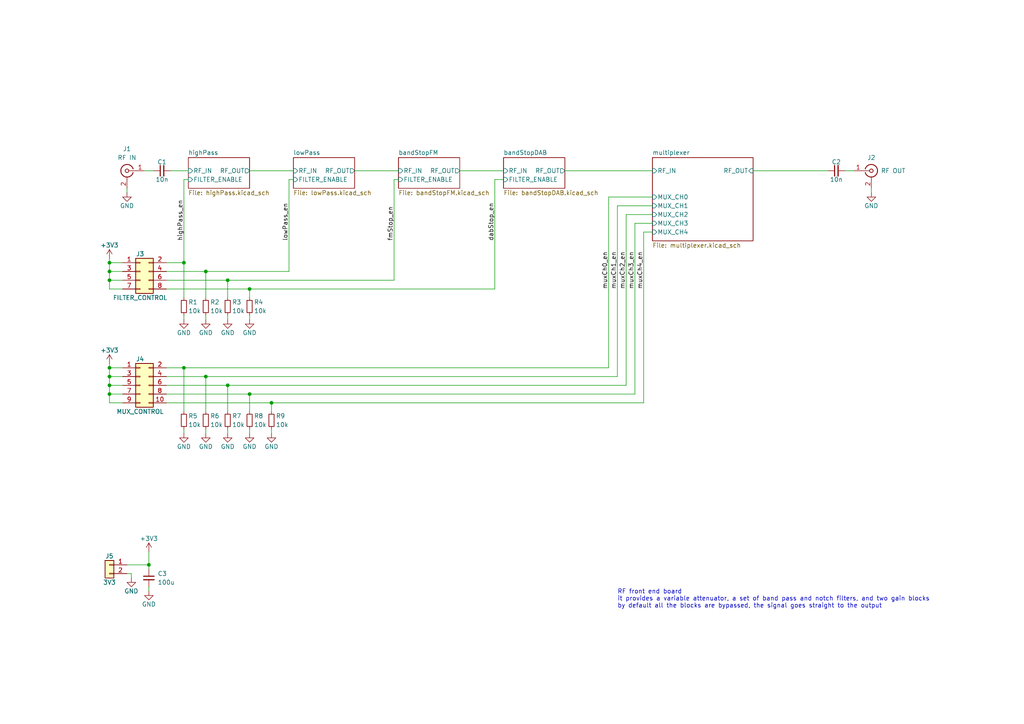
<source format=kicad_sch>
(kicad_sch (version 20211123) (generator eeschema)
  (paper "A4")
  (lib_symbols
    (symbol "Connector:Conn_Coaxial" (pin_names (offset 1.016) hide)
      (property "Reference" "J" (at 0.254 3.048 0))
      (property "Value" "Conn_Coaxial" (at 2.921 0 90))
      (symbol "Conn_Coaxial_0_1"
        (arc (start -1.778 -0.508) (mid 0.222 -1.808) (end 1.778 0) (stroke (width 0.254)))
        (polyline (pts (xy -2.54 0) (xy -0.508 0)))
        (polyline (pts (xy 0 -2.54) (xy 0 -1.778)))
        (circle (center 0 0) (radius 0.508) (stroke (width 0.2032)))
        (arc (start 1.778 0) (mid 0.222 1.8083) (end -1.778 0.508) (stroke (width 0.254)))
      )
      (symbol "Conn_Coaxial_1_1"
        (pin passive line (at -5.08 0 0) (length 2.54) (name "In") (number "1"))
        (pin passive line (at 0 -5.08 90) (length 2.54) (name "Ext") (number "2"))
      )
    )
    (symbol "Connector_Generic:Conn_01x02" (pin_names (offset 1.016) hide)
      (property "Reference" "J" (at 0 2.54 0))
      (property "Value" "Conn_01x02" (at 0 -5.08 0))
      (symbol "Conn_01x02_1_1"
        (rectangle (start -1.27 -2.413) (end 0 -2.667) (stroke (width 0.1524)))
        (rectangle (start -1.27 0.127) (end 0 -0.127) (stroke (width 0.1524)))
        (rectangle (start -1.27 1.27) (end 1.27 -3.81) (stroke (width 0.254)) (fill (type background)))
        (pin passive line (at -5.08 0 0) (length 3.81) (name "Pin_1") (number "1"))
        (pin passive line (at -5.08 -2.54 0) (length 3.81) (name "Pin_2") (number "2"))
      )
    )
    (symbol "Connector_Generic:Conn_02x04_Odd_Even" (pin_names (offset 1.016) hide)
      (property "Reference" "J" (at 1.27 5.08 0))
      (property "Value" "Conn_02x04_Odd_Even" (at 1.27 -7.62 0))
      (symbol "Conn_02x04_Odd_Even_1_1"
        (rectangle (start -1.27 -4.953) (end 0 -5.207) (stroke (width 0.1524)))
        (rectangle (start -1.27 -2.413) (end 0 -2.667) (stroke (width 0.1524)))
        (rectangle (start -1.27 0.127) (end 0 -0.127) (stroke (width 0.1524)))
        (rectangle (start -1.27 2.667) (end 0 2.413) (stroke (width 0.1524)))
        (rectangle (start -1.27 3.81) (end 3.81 -6.35) (stroke (width 0.254)) (fill (type background)))
        (rectangle (start 3.81 -4.953) (end 2.54 -5.207) (stroke (width 0.1524)))
        (rectangle (start 3.81 -2.413) (end 2.54 -2.667) (stroke (width 0.1524)))
        (rectangle (start 3.81 0.127) (end 2.54 -0.127) (stroke (width 0.1524)))
        (rectangle (start 3.81 2.667) (end 2.54 2.413) (stroke (width 0.1524)))
        (pin passive line (at -5.08 2.54 0) (length 3.81) (name "Pin_1") (number "1"))
        (pin passive line (at 7.62 2.54 180) (length 3.81) (name "Pin_2") (number "2"))
        (pin passive line (at -5.08 0 0) (length 3.81) (name "Pin_3") (number "3"))
        (pin passive line (at 7.62 0 180) (length 3.81) (name "Pin_4") (number "4"))
        (pin passive line (at -5.08 -2.54 0) (length 3.81) (name "Pin_5") (number "5"))
        (pin passive line (at 7.62 -2.54 180) (length 3.81) (name "Pin_6") (number "6"))
        (pin passive line (at -5.08 -5.08 0) (length 3.81) (name "Pin_7") (number "7"))
        (pin passive line (at 7.62 -5.08 180) (length 3.81) (name "Pin_8") (number "8"))
      )
    )
    (symbol "Connector_Generic:Conn_02x05_Odd_Even" (pin_names (offset 1.016) hide)
      (property "Reference" "J" (at 1.27 7.62 0))
      (property "Value" "Conn_02x05_Odd_Even" (at 1.27 -7.62 0))
      (symbol "Conn_02x05_Odd_Even_1_1"
        (rectangle (start -1.27 -4.953) (end 0 -5.207) (stroke (width 0.1524)))
        (rectangle (start -1.27 -2.413) (end 0 -2.667) (stroke (width 0.1524)))
        (rectangle (start -1.27 0.127) (end 0 -0.127) (stroke (width 0.1524)))
        (rectangle (start -1.27 2.667) (end 0 2.413) (stroke (width 0.1524)))
        (rectangle (start -1.27 5.207) (end 0 4.953) (stroke (width 0.1524)))
        (rectangle (start -1.27 6.35) (end 3.81 -6.35) (stroke (width 0.254)) (fill (type background)))
        (rectangle (start 3.81 -4.953) (end 2.54 -5.207) (stroke (width 0.1524)))
        (rectangle (start 3.81 -2.413) (end 2.54 -2.667) (stroke (width 0.1524)))
        (rectangle (start 3.81 0.127) (end 2.54 -0.127) (stroke (width 0.1524)))
        (rectangle (start 3.81 2.667) (end 2.54 2.413) (stroke (width 0.1524)))
        (rectangle (start 3.81 5.207) (end 2.54 4.953) (stroke (width 0.1524)))
        (pin passive line (at -5.08 5.08 0) (length 3.81) (name "Pin_1") (number "1"))
        (pin passive line (at 7.62 -5.08 180) (length 3.81) (name "Pin_10") (number "10"))
        (pin passive line (at 7.62 5.08 180) (length 3.81) (name "Pin_2") (number "2"))
        (pin passive line (at -5.08 2.54 0) (length 3.81) (name "Pin_3") (number "3"))
        (pin passive line (at 7.62 2.54 180) (length 3.81) (name "Pin_4") (number "4"))
        (pin passive line (at -5.08 0 0) (length 3.81) (name "Pin_5") (number "5"))
        (pin passive line (at 7.62 0 180) (length 3.81) (name "Pin_6") (number "6"))
        (pin passive line (at -5.08 -2.54 0) (length 3.81) (name "Pin_7") (number "7"))
        (pin passive line (at 7.62 -2.54 180) (length 3.81) (name "Pin_8") (number "8"))
        (pin passive line (at -5.08 -5.08 0) (length 3.81) (name "Pin_9") (number "9"))
      )
    )
    (symbol "Device:C_Small" (pin_numbers hide) (pin_names (offset 0.254) hide)
      (property "Reference" "C" (at 0.254 1.778 0))
      (property "Value" "C_Small" (at 0.254 -2.032 0))
      (symbol "C_Small_0_1"
        (polyline (pts (xy -1.524 -0.508) (xy 1.524 -0.508)) (stroke (width 0.3302)))
        (polyline (pts (xy -1.524 0.508) (xy 1.524 0.508)) (stroke (width 0.3048)))
      )
      (symbol "C_Small_1_1"
        (pin passive line (at 0 2.54 270) (length 2.032) (name "~") (number "1"))
        (pin passive line (at 0 -2.54 90) (length 2.032) (name "~") (number "2"))
      )
    )
    (symbol "Device:R_Small" (pin_numbers hide) (pin_names (offset 0.254) hide)
      (property "Reference" "R" (at 0.762 0.508 0))
      (property "Value" "R_Small" (at 0.762 -1.016 0))
      (symbol "R_Small_0_1"
        (rectangle (start -0.762 1.778) (end 0.762 -1.778) (stroke (width 0.2032)))
      )
      (symbol "R_Small_1_1"
        (pin passive line (at 0 2.54 270) (length 0.762) (name "~") (number "1"))
        (pin passive line (at 0 -2.54 90) (length 0.762) (name "~") (number "2"))
      )
    )
    (symbol "power:+3V3" (power) (pin_names (offset 0))
      (property "Value" "+3V3" (at 0 3.556 0))
      (symbol "+3V3_0_1"
        (polyline (pts (xy -0.762 1.27) (xy 0 2.54)))
        (polyline (pts (xy 0 0) (xy 0 2.54)))
        (polyline (pts (xy 0 2.54) (xy 0.762 1.27)))
      )
      (symbol "+3V3_1_1"
        (pin power_in line (at 0 0 90) (length 0) hide (name "+3V3") (number "1"))
      )
    )
    (symbol "power:GND" (power) (pin_names (offset 0))
      (property "Value" "GND" (at 0 -3.81 0))
      (symbol "GND_0_1"
        (polyline (pts (xy 0 0) (xy 0 -1.27) (xy 1.27 -1.27) (xy 0 -2.54) (xy -1.27 -1.27) (xy 0 -1.27)))
      )
      (symbol "GND_1_1"
        (pin power_in line (at 0 0 270) (length 0) hide (name "GND") (number "1"))
      )
    )
  )
  (junction (at 31.75 111.76))
  (junction (at 53.34 76.2))
  (junction (at 31.75 114.3))
  (junction (at 31.75 78.74))
  (junction (at 59.69 109.22))
  (junction (at 31.75 81.28))
  (junction (at 53.34 106.68))
  (junction (at 31.75 76.2))
  (junction (at 31.75 106.68))
  (junction (at 31.75 109.22))
  (junction (at 72.39 83.82))
  (junction (at 59.69 78.74))
  (junction (at 43.18 163.83))
  (junction (at 66.04 111.76))
  (junction (at 66.04 81.28))
  (junction (at 78.74 116.84))
  (junction (at 72.39 114.3))
  (wire (pts (xy 31.75 81.28) (xy 35.56 81.28)))
  (wire (pts (xy 48.26 109.22) (xy 59.69 109.22)))
  (wire (pts (xy 31.75 109.22) (xy 31.75 111.76)))
  (wire (pts (xy 36.83 166.37) (xy 38.1 166.37)))
  (wire (pts (xy 48.26 116.84) (xy 78.74 116.84)))
  (wire (pts (xy 181.61 62.23) (xy 189.23 62.23)))
  (wire (pts (xy 72.39 83.82) (xy 143.51 83.82)))
  (wire (pts (xy 186.69 116.84) (xy 186.69 67.31)))
  (wire (pts (xy 43.18 170.18) (xy 43.18 171.45)))
  (wire (pts (xy 31.75 105.41) (xy 31.75 106.68)))
  (wire (pts (xy 53.34 106.68) (xy 176.53 106.68)))
  (wire (pts (xy 41.91 49.53) (xy 44.45 49.53)))
  (wire (pts (xy 133.35 49.53) (xy 146.05 49.53)))
  (wire (pts (xy 43.18 163.83) (xy 43.18 165.1)))
  (wire (pts (xy 163.83 49.53) (xy 189.23 49.53)))
  (wire (pts (xy 31.75 76.2) (xy 31.75 78.74)))
  (wire (pts (xy 59.69 109.22) (xy 59.69 119.38)))
  (wire (pts (xy 78.74 116.84) (xy 186.69 116.84)))
  (wire (pts (xy 31.75 81.28) (xy 31.75 83.82)))
  (wire (pts (xy 53.34 124.46) (xy 53.34 125.73)))
  (wire (pts (xy 53.34 91.44) (xy 53.34 92.71)))
  (wire (pts (xy 85.09 52.07) (xy 83.82 52.07)))
  (wire (pts (xy 184.15 64.77) (xy 184.15 114.3)))
  (wire (pts (xy 36.83 54.61) (xy 36.83 55.88)))
  (wire (pts (xy 59.69 78.74) (xy 59.69 86.36)))
  (wire (pts (xy 245.11 49.53) (xy 247.65 49.53)))
  (wire (pts (xy 31.75 109.22) (xy 35.56 109.22)))
  (wire (pts (xy 114.3 52.07) (xy 114.3 81.28)))
  (wire (pts (xy 59.69 78.74) (xy 83.82 78.74)))
  (wire (pts (xy 48.26 111.76) (xy 66.04 111.76)))
  (wire (pts (xy 176.53 106.68) (xy 176.53 57.15)))
  (wire (pts (xy 38.1 166.37) (xy 38.1 167.64)))
  (wire (pts (xy 59.69 91.44) (xy 59.69 92.71)))
  (wire (pts (xy 72.39 91.44) (xy 72.39 92.71)))
  (wire (pts (xy 53.34 106.68) (xy 53.34 119.38)))
  (wire (pts (xy 49.53 49.53) (xy 54.61 49.53)))
  (wire (pts (xy 31.75 116.84) (xy 31.75 114.3)))
  (wire (pts (xy 143.51 52.07) (xy 143.51 83.82)))
  (wire (pts (xy 31.75 74.93) (xy 31.75 76.2)))
  (wire (pts (xy 31.75 111.76) (xy 31.75 114.3)))
  (wire (pts (xy 78.74 116.84) (xy 78.74 119.38)))
  (wire (pts (xy 36.83 163.83) (xy 43.18 163.83)))
  (wire (pts (xy 72.39 124.46) (xy 72.39 125.73)))
  (wire (pts (xy 31.75 114.3) (xy 35.56 114.3)))
  (wire (pts (xy 48.26 76.2) (xy 53.34 76.2)))
  (wire (pts (xy 53.34 52.07) (xy 53.34 76.2)))
  (wire (pts (xy 48.26 81.28) (xy 66.04 81.28)))
  (wire (pts (xy 179.07 59.69) (xy 189.23 59.69)))
  (wire (pts (xy 31.75 78.74) (xy 35.56 78.74)))
  (wire (pts (xy 48.26 114.3) (xy 72.39 114.3)))
  (wire (pts (xy 179.07 109.22) (xy 179.07 59.69)))
  (wire (pts (xy 43.18 160.02) (xy 43.18 163.83)))
  (wire (pts (xy 31.75 76.2) (xy 35.56 76.2)))
  (wire (pts (xy 66.04 111.76) (xy 66.04 119.38)))
  (wire (pts (xy 54.61 52.07) (xy 53.34 52.07)))
  (wire (pts (xy 83.82 52.07) (xy 83.82 78.74)))
  (wire (pts (xy 31.75 78.74) (xy 31.75 81.28)))
  (wire (pts (xy 53.34 76.2) (xy 53.34 86.36)))
  (wire (pts (xy 78.74 124.46) (xy 78.74 125.73)))
  (wire (pts (xy 252.73 54.61) (xy 252.73 55.88)))
  (wire (pts (xy 146.05 52.07) (xy 143.51 52.07)))
  (wire (pts (xy 48.26 106.68) (xy 53.34 106.68)))
  (wire (pts (xy 181.61 111.76) (xy 181.61 62.23)))
  (wire (pts (xy 186.69 67.31) (xy 189.23 67.31)))
  (wire (pts (xy 48.26 78.74) (xy 59.69 78.74)))
  (wire (pts (xy 184.15 114.3) (xy 72.39 114.3)))
  (wire (pts (xy 66.04 81.28) (xy 66.04 86.36)))
  (wire (pts (xy 72.39 114.3) (xy 72.39 119.38)))
  (wire (pts (xy 66.04 91.44) (xy 66.04 92.71)))
  (wire (pts (xy 176.53 57.15) (xy 189.23 57.15)))
  (wire (pts (xy 66.04 124.46) (xy 66.04 125.73)))
  (wire (pts (xy 72.39 49.53) (xy 85.09 49.53)))
  (wire (pts (xy 31.75 83.82) (xy 35.56 83.82)))
  (wire (pts (xy 59.69 109.22) (xy 179.07 109.22)))
  (wire (pts (xy 115.57 52.07) (xy 114.3 52.07)))
  (wire (pts (xy 59.69 124.46) (xy 59.69 125.73)))
  (wire (pts (xy 35.56 116.84) (xy 31.75 116.84)))
  (wire (pts (xy 189.23 64.77) (xy 184.15 64.77)))
  (wire (pts (xy 48.26 83.82) (xy 72.39 83.82)))
  (wire (pts (xy 66.04 81.28) (xy 114.3 81.28)))
  (wire (pts (xy 31.75 111.76) (xy 35.56 111.76)))
  (wire (pts (xy 31.75 106.68) (xy 31.75 109.22)))
  (wire (pts (xy 31.75 106.68) (xy 35.56 106.68)))
  (wire (pts (xy 102.87 49.53) (xy 115.57 49.53)))
  (wire (pts (xy 72.39 83.82) (xy 72.39 86.36)))
  (wire (pts (xy 218.44 49.53) (xy 240.03 49.53)))
  (wire (pts (xy 66.04 111.76) (xy 181.61 111.76)))
  (text "RF front end board\nit provides a variable attenuator, a set of band pass and notch filters, and two gain blocks\nby default all the blocks are bypassed, the signal goes straight to the output" (at 179.07 176.53 0) (effects (font (size 1.27 1.27)) (justify left bottom)))
  (label "fmStop_en" (at 114.3 69.85 90))
  (label "highPass_en" (at 53.34 69.85 90))
  (label "dabStop_en" (at 143.51 69.85 90))
  (label "muxCh3_en" (at 184.15 83.82 90))
  (label "lowPass_en" (at 83.82 69.85 90))
  (label "muxCh4_en" (at 186.69 83.82 90))
  (label "muxCh2_en" (at 181.61 83.82 90))
  (label "muxCh1_en" (at 179.07 83.82 90))
  (label "muxCh0_en" (at 176.53 83.82 90))
  (symbol (lib_id "Device:R_Small") (at 72.39 88.9 0) (unit 1)
    (property "Reference" "R4" (at 73.66 87.63 0) (effects (justify left)))
    (property "Value" "10k" (at 73.66 90.17 0) (effects (justify left)))
    (property "Footprint" "Resistor_SMD:R_0805_2012Metric" (effects hide))
  )
  (symbol (lib_id "power:GND") (at 66.04 92.71 0) (unit 1)
    (property "Reference" "#PWR0106" (effects hide))
    (property "Value" "GND" (at 66.04 96.52 0))
  )
  (symbol (lib_id "Device:R_Small") (at 72.39 121.92 0) (unit 1)
    (property "Reference" "R8" (at 73.66 120.65 0) (effects (justify left)))
    (property "Value" "10k" (at 73.66 123.19 0) (effects (justify left)))
    (property "Footprint" "Resistor_SMD:R_0805_2012Metric" (effects hide))
  )
  (symbol (lib_id "power:GND") (at 36.83 55.88 0) (unit 1)
    (property "Reference" "#PWR0108" (effects hide))
    (property "Value" "GND" (at 36.83 59.69 0))
  )
  (symbol (lib_id "power:GND") (at 53.34 92.71 0) (unit 1)
    (property "Reference" "#PWR0105" (effects hide))
    (property "Value" "GND" (at 53.34 96.52 0))
  )
  (symbol (lib_id "power:GND") (at 59.69 125.73 0) (unit 1)
    (property "Reference" "#PWR0115" (effects hide))
    (property "Value" "GND" (at 59.69 129.54 0))
  )
  (symbol (lib_id "Device:C_Small") (at 242.57 49.53 90) (unit 1)
    (property "Reference" "C2" (at 242.57 46.99 90))
    (property "Value" "10n" (at 242.57 52.07 90))
    (property "Footprint" "Capacitor_SMD:C_0805_2012Metric" (effects hide))
  )
  (symbol (lib_id "power:+3V3") (at 31.75 105.41 0) (unit 1)
    (property "Reference" "#PWR0101" (effects hide))
    (property "Value" "+3V3" (at 31.75 101.6 0))
  )
  (symbol (lib_id "Device:C_Small") (at 43.18 167.64 0) (unit 1)
    (property "Reference" "C3" (at 45.72 166.3762 0) (effects (justify left)))
    (property "Value" "100u" (at 45.72 168.9162 0) (effects (justify left)))
    (property "Footprint" "Capacitor_THT:CP_Radial_D10.0mm_P5.00mm" (effects hide))
  )
  (symbol (lib_id "power:+3V3") (at 31.75 74.93 0) (unit 1)
    (property "Reference" "#PWR0102" (effects hide))
    (property "Value" "+3V3" (at 31.75 71.12 0))
  )
  (symbol (lib_id "Device:R_Small") (at 66.04 88.9 0) (unit 1)
    (property "Reference" "R3" (at 67.31 87.63 0) (effects (justify left)))
    (property "Value" "10k" (at 67.31 90.17 0) (effects (justify left)))
    (property "Footprint" "Resistor_SMD:R_0805_2012Metric" (effects hide))
  )
  (symbol (lib_id "Connector_Generic:Conn_02x04_Odd_Even") (at 40.64 78.74 0) (unit 1)
    (property "Reference" "J3" (at 40.64 73.66 0))
    (property "Value" "FILTER_CONTROL" (at 40.64 86.36 0))
    (property "Footprint" "Connector_PinHeader_2.54mm:PinHeader_2x04_P2.54mm_Vertical" (effects hide))
  )
  (symbol (lib_id "power:GND") (at 72.39 92.71 0) (unit 1)
    (property "Reference" "#PWR0107" (effects hide))
    (property "Value" "GND" (at 72.39 96.52 0))
  )
  (symbol (lib_id "Device:C_Small") (at 46.99 49.53 90) (unit 1)
    (property "Reference" "C1" (at 46.99 46.99 90))
    (property "Value" "10n" (at 46.99 52.07 90))
    (property "Footprint" "Capacitor_SMD:C_0805_2012Metric" (effects hide))
  )
  (symbol (lib_id "power:GND") (at 72.39 125.73 0) (unit 1)
    (property "Reference" "#PWR0112" (effects hide))
    (property "Value" "GND" (at 72.39 129.54 0))
  )
  (symbol (lib_id "power:GND") (at 43.18 171.45 0) (unit 1)
    (property "Reference" "#PWR0110" (effects hide))
    (property "Value" "GND" (at 43.18 175.26 0))
  )
  (symbol (lib_id "power:GND") (at 59.69 92.71 0) (unit 1)
    (property "Reference" "#PWR0104" (effects hide))
    (property "Value" "GND" (at 59.69 96.52 0))
  )
  (symbol (lib_id "Connector:Conn_Coaxial") (at 36.83 49.53 0) (mirror y) (unit 1)
    (property "Reference" "J1" (at 36.83 43.18 0))
    (property "Value" "RF IN" (at 36.83 45.72 0))
    (property "Footprint" "frontEnd:SMA" (effects hide))
    (property "Datasheet" " ~" (effects hide))
  )
  (symbol (lib_id "Connector_Generic:Conn_01x02") (at 31.75 163.83 0) (mirror y) (unit 1)
    (property "Reference" "J5" (at 31.75 161.29 0))
    (property "Value" "3V3" (at 31.75 168.91 0))
    (property "Footprint" "Connector_PinHeader_2.54mm:PinHeader_1x02_P2.54mm_Vertical" (effects hide))
  )
  (symbol (lib_id "power:GND") (at 66.04 125.73 0) (unit 1)
    (property "Reference" "#PWR0113" (effects hide))
    (property "Value" "GND" (at 66.04 129.54 0))
  )
  (symbol (lib_id "power:GND") (at 252.73 55.88 0) (unit 1)
    (property "Reference" "#PWR0103" (effects hide))
    (property "Value" "GND" (at 252.73 59.69 0))
  )
  (symbol (lib_id "power:+3V3") (at 43.18 160.02 0) (unit 1)
    (property "Reference" "#PWR0109" (effects hide))
    (property "Value" "+3V3" (at 43.18 156.21 0))
  )
  (symbol (lib_id "Device:R_Small") (at 59.69 88.9 0) (unit 1)
    (property "Reference" "R2" (at 60.96 87.63 0) (effects (justify left)))
    (property "Value" "10k" (at 60.96 90.17 0) (effects (justify left)))
    (property "Footprint" "Resistor_SMD:R_0805_2012Metric" (effects hide))
  )
  (symbol (lib_id "power:GND") (at 78.74 125.73 0) (unit 1)
    (property "Reference" "#PWR0114" (effects hide))
    (property "Value" "GND" (at 78.74 129.54 0))
  )
  (symbol (lib_id "Device:R_Small") (at 66.04 121.92 0) (unit 1)
    (property "Reference" "R7" (at 67.31 120.65 0) (effects (justify left)))
    (property "Value" "10k" (at 67.31 123.19 0) (effects (justify left)))
    (property "Footprint" "Resistor_SMD:R_0805_2012Metric" (effects hide))
  )
  (symbol (lib_id "Connector:Conn_Coaxial") (at 252.73 49.53 0) (unit 1)
    (property "Reference" "J2" (at 252.73 45.72 0))
    (property "Value" "RF OUT" (at 259.08 49.53 0))
    (property "Footprint" "frontEnd:SMA" (effects hide))
    (property "Datasheet" " ~" (effects hide))
  )
  (symbol (lib_id "Device:R_Small") (at 59.69 121.92 0) (unit 1)
    (property "Reference" "R6" (at 60.96 120.65 0) (effects (justify left)))
    (property "Value" "10k" (at 60.96 123.19 0) (effects (justify left)))
    (property "Footprint" "Resistor_SMD:R_0805_2012Metric" (effects hide))
  )
  (symbol (lib_id "Device:R_Small") (at 53.34 88.9 0) (unit 1)
    (property "Reference" "R1" (at 54.61 87.63 0) (effects (justify left)))
    (property "Value" "10k" (at 54.61 90.17 0) (effects (justify left)))
    (property "Footprint" "Resistor_SMD:R_0805_2012Metric" (effects hide))
  )
  (symbol (lib_id "Device:R_Small") (at 53.34 121.92 0) (unit 1)
    (property "Reference" "R5" (at 54.61 120.65 0) (effects (justify left)))
    (property "Value" "10k" (at 54.61 123.19 0) (effects (justify left)))
    (property "Footprint" "Resistor_SMD:R_0805_2012Metric" (effects hide))
  )
  (symbol (lib_id "Connector_Generic:Conn_02x05_Odd_Even") (at 40.64 111.76 0) (unit 1)
    (property "Reference" "J4" (at 40.64 104.14 0))
    (property "Value" "MUX_CONTROL" (at 40.64 119.38 0))
    (property "Footprint" "Connector_PinHeader_2.54mm:PinHeader_2x05_P2.54mm_Vertical" (effects hide))
  )
  (symbol (lib_id "Device:R_Small") (at 78.74 121.92 0) (unit 1)
    (property "Reference" "R9" (at 80.01 120.65 0) (effects (justify left)))
    (property "Value" "10k" (at 80.01 123.19 0) (effects (justify left)))
    (property "Footprint" "Resistor_SMD:R_0805_2012Metric" (effects hide))
  )
  (symbol (lib_id "power:GND") (at 38.1 167.64 0) (unit 1)
    (property "Reference" "#PWR0111" (effects hide))
    (property "Value" "GND" (at 38.1 171.45 0))
  )
  (symbol (lib_id "power:GND") (at 53.34 125.73 0) (unit 1)
    (property "Reference" "#PWR0116" (effects hide))
    (property "Value" "GND" (at 53.34 129.54 0))
  )
  (sheet (at 189.23 45.72) (size 29.21 24.13) (stroke (width 0.1524))
    (property "Sheet name" "multiplexer" (at 189.23 45.0084 0) (effects (justify left bottom)))
    (property "Sheet file" "multiplexer.kicad_sch" (at 189.23 70.4346 0) (effects (justify left top)))
    (pin "MUX_CH1" input (at 189.23 59.69 180))
    (pin "MUX_CH3" input (at 189.23 64.77 180))
    (pin "MUX_CH4" input (at 189.23 67.31 180))
    (pin "RF_IN" input (at 189.23 49.53 180))
    (pin "MUX_CH2" input (at 189.23 62.23 180))
    (pin "RF_OUT" input (at 218.44 49.53 0))
    (pin "MUX_CH0" input (at 189.23 57.15 180))
  )
  (sheet (at 54.61 45.72) (size 17.78 8.89) (stroke (width 0.1524))
    (property "Sheet name" "highPass" (at 54.61 45.0084 0) (effects (justify left bottom)))
    (property "Sheet file" "highPass.kicad_sch" (at 54.61 55.1946 0) (effects (justify left top)))
    (pin "RF_IN" input (at 54.61 49.53 180))
    (pin "FILTER_ENABLE" input (at 54.61 52.07 180))
    (pin "RF_OUT" output (at 72.39 49.53 0))
  )
  (sheet (at 115.57 45.72) (size 17.78 8.89) (stroke (width 0.1524))
    (property "Sheet name" "bandStopFM" (at 115.57 45.0084 0) (effects (justify left bottom)))
    (property "Sheet file" "bandStopFM.kicad_sch" (at 115.57 55.1946 0) (effects (justify left top)))
    (pin "FILTER_ENABLE" input (at 115.57 52.07 180))
    (pin "RF_IN" input (at 115.57 49.53 180))
    (pin "RF_OUT" output (at 133.35 49.53 0))
  )
  (sheet (at 146.05 45.72) (size 17.78 8.89) (stroke (width 0.1524))
    (property "Sheet name" "bandStopDAB" (at 146.05 45.0084 0) (effects (justify left bottom)))
    (property "Sheet file" "bandStopDAB.kicad_sch" (at 146.05 55.1946 0) (effects (justify left top)))
    (pin "FILTER_ENABLE" input (at 146.05 52.07 180))
    (pin "RF_IN" input (at 146.05 49.53 180))
    (pin "RF_OUT" output (at 163.83 49.53 0))
  )
  (sheet (at 85.09 45.72) (size 17.78 8.89) (stroke (width 0.1524))
    (property "Sheet name" "lowPass" (at 85.09 45.0084 0) (effects (justify left bottom)))
    (property "Sheet file" "lowPass.kicad_sch" (at 85.09 55.1946 0) (effects (justify left top)))
    (pin "FILTER_ENABLE" input (at 85.09 52.07 180))
    (pin "RF_IN" input (at 85.09 49.53 180))
    (pin "RF_OUT" output (at 102.87 49.53 0))
  )
)
</source>
